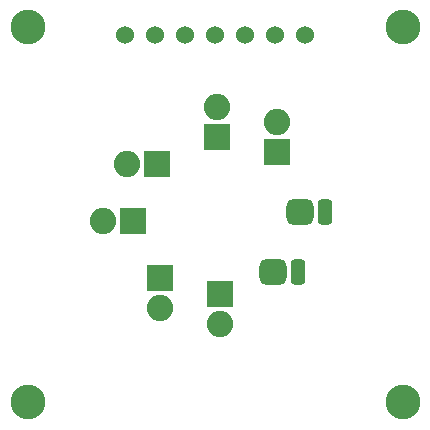
<source format=gbr>
%TF.GenerationSoftware,KiCad,Pcbnew,7.0.7*%
%TF.CreationDate,2023-11-05T11:25:07-06:00*%
%TF.ProjectId,LEDBreakout_Hardware,4c454442-7265-4616-9b6f-75745f486172,rev?*%
%TF.SameCoordinates,Original*%
%TF.FileFunction,Soldermask,Bot*%
%TF.FilePolarity,Negative*%
%FSLAX46Y46*%
G04 Gerber Fmt 4.6, Leading zero omitted, Abs format (unit mm)*
G04 Created by KiCad (PCBNEW 7.0.7) date 2023-11-05 11:25:07*
%MOMM*%
%LPD*%
G01*
G04 APERTURE LIST*
G04 Aperture macros list*
%AMRoundRect*
0 Rectangle with rounded corners*
0 $1 Rounding radius*
0 $2 $3 $4 $5 $6 $7 $8 $9 X,Y pos of 4 corners*
0 Add a 4 corners polygon primitive as box body*
4,1,4,$2,$3,$4,$5,$6,$7,$8,$9,$2,$3,0*
0 Add four circle primitives for the rounded corners*
1,1,$1+$1,$2,$3*
1,1,$1+$1,$4,$5*
1,1,$1+$1,$6,$7*
1,1,$1+$1,$8,$9*
0 Add four rect primitives between the rounded corners*
20,1,$1+$1,$2,$3,$4,$5,0*
20,1,$1+$1,$4,$5,$6,$7,0*
20,1,$1+$1,$6,$7,$8,$9,0*
20,1,$1+$1,$8,$9,$2,$3,0*%
G04 Aperture macros list end*
%ADD10C,2.946400*%
%ADD11C,1.524000*%
%ADD12R,2.240000X2.240000*%
%ADD13O,2.240000X2.240000*%
%ADD14RoundRect,0.305000X0.305000X0.780000X-0.305000X0.780000X-0.305000X-0.780000X0.305000X-0.780000X0*%
%ADD15RoundRect,0.542500X0.601500X0.542500X-0.601500X0.542500X-0.601500X-0.542500X0.601500X-0.542500X0*%
G04 APERTURE END LIST*
D10*
%TO.C,REF\u002A\u002A*%
X68580000Y-63500000D03*
%TD*%
%TO.C,REF\u002A\u002A*%
X100330000Y-63500000D03*
%TD*%
%TO.C,REF\u002A\u002A*%
X100330000Y-95250000D03*
%TD*%
%TO.C,REF\u002A\u002A*%
X68580000Y-95250000D03*
%TD*%
D11*
%TO.C,Conn1*%
X76835000Y-64135000D03*
X79375000Y-64135000D03*
X81915000Y-64135000D03*
X84455000Y-64135000D03*
X86995000Y-64135000D03*
X89535000Y-64135000D03*
X92075000Y-64135000D03*
%TD*%
D12*
%TO.C,D1*%
X84595000Y-72771000D03*
D13*
X84595000Y-70231000D03*
%TD*%
D14*
%TO.C,D8*%
X93767000Y-79171800D03*
D15*
X91667000Y-79171800D03*
%TD*%
D12*
%TO.C,D5*%
X79769000Y-84709000D03*
D13*
X79769000Y-87249000D03*
%TD*%
D12*
%TO.C,D2*%
X89675000Y-74041000D03*
D13*
X89675000Y-71501000D03*
%TD*%
D12*
%TO.C,D3*%
X79515000Y-75057000D03*
D13*
X76975000Y-75057000D03*
%TD*%
D14*
%TO.C,D7*%
X91489200Y-84251800D03*
D15*
X89389200Y-84251800D03*
%TD*%
D12*
%TO.C,D6*%
X84849000Y-86065000D03*
D13*
X84849000Y-88605000D03*
%TD*%
D12*
%TO.C,D4*%
X77483000Y-79883000D03*
D13*
X74943000Y-79883000D03*
%TD*%
M02*

</source>
